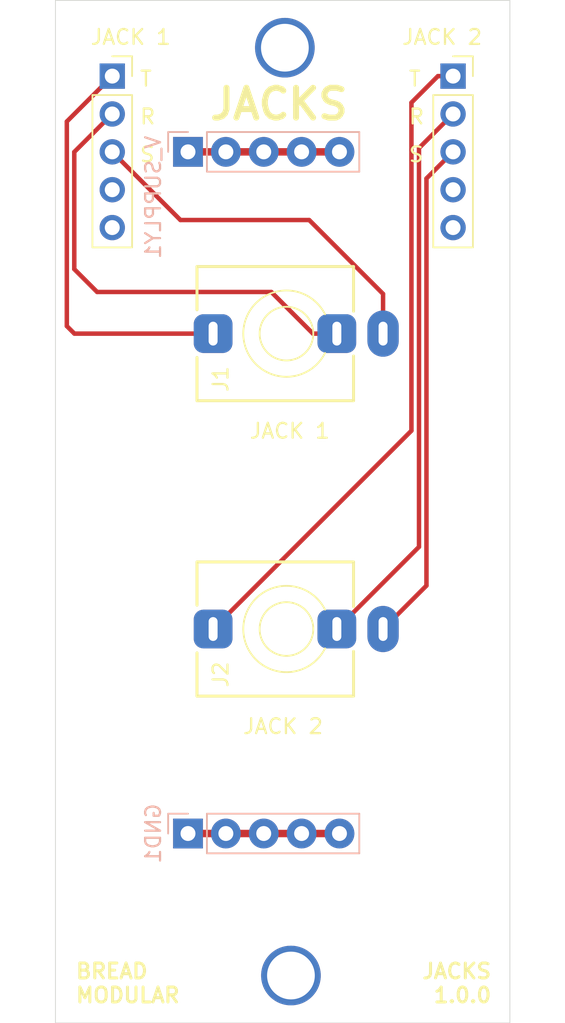
<source format=kicad_pcb>
(kicad_pcb (version 20240108) (generator "pcbnew") (generator_version "8.0")
  (layers (0 "F.Cu" signal) (31 "B.Cu" signal) (34 "B.Paste" user) (35 "F.Paste" user) (36 "B.SilkS" user "B.Silkscreen") (37 "F.SilkS" user "F.Silkscreen") (38 "B.Mask" user) (39 "F.Mask" user) (44 "Edge.Cuts" user))
  (net 0 "")
  (net 1 "GND")
  (net 2 "V_SUPPLY")
  (net 3 "Net-(JACK1-Pin_2)")
  (net 4 "Net-(JACK1-Pin_1)")
  (net 5 "Net-(JACK1-Pin_3)")
  (net 6 "Net-(JACK2-Pin_1)")
  (net 7 "Net-(JACK2-Pin_3)")
  (net 8 "Net-(JACK2-Pin_2)")
  (footprint "BreadModular_AudioJacks:Jack_3.5mm_QingPu_WQP-PJ366ST_Vertical" (layer "F.Cu") (at 62.484 62.992 90)
    (property "Reference" "J1" (at -3.048 -4.412 90) (layer "F.SilkS"))
    (property "Value" "AudioJack3")
    (fp_line (start 1.6 -6) (end 4.5 -6) (stroke (width 0.2)) (layer "F.SilkS"))
    (fp_line (start -4.5 -6) (end -1.6 -6) (stroke (width 0.2)) (layer "F.SilkS"))
    (fp_line (start 4.5 4.5) (end 4.5 -6) (stroke (width 0.2)) (layer "F.SilkS"))
    (fp_line (start 1.5 4.5) (end 4.5 4.5) (stroke (width 0.2)) (layer "F.SilkS"))
    (fp_line (start -4.5 4.5) (end -4.5 -6) (stroke (width 0.2)) (layer "F.SilkS"))
    (fp_line (start -4.5 4.5) (end -1.5 4.5) (stroke (width 0.2)) (layer "F.SilkS"))
    (fp_arc (start 0 -2.895) (mid 2.817353 -0.665994) (end 1.296263 2.588577) (stroke (width 0.12)) (layer "F.SilkS"))
    (fp_arc (start -1.296263 2.588577) (mid -2.817353 -0.665994) (end 0 -2.895) (stroke (width 0.12)) (layer "F.SilkS"))
    (fp_circle (center 0 0) (end -1.8 0) (stroke (width 0.12)) (fill none) (layer "F.SilkS"))
    (pad "R" thru_hole roundrect (at 0 3.38 90) (size 2.6 2.6) (drill oval 1.6 0.6) (layers "*.Cu" "*.Mask") (net 3 "Net-(JACK1-Pin_2)"))
    (pad "S" thru_hole oval (at 0 6.48 90) (size 3.1 2.1) (drill oval 1.6 0.6) (layers "*.Cu" "*.Mask") (net 5 "Net-(JACK1-Pin_3)"))
    (pad "T" thru_hole roundrect (at 0 -4.92 90) (size 2.6 2.6) (drill oval 1.6 0.6) (layers "*.Cu" "*.Mask") (net 4 "Net-(JACK1-Pin_1)"))
  )
  (footprint "BreadModular_AudioJacks:Jack_3.5mm_QingPu_WQP-PJ366ST_Vertical" (layer "F.Cu") (at 62.484 82.804 90)
    (property "Reference" "J2" (at -3.048 -4.412 90) (layer "F.SilkS"))
    (property "Value" "AudioJack3")
    (fp_line (start 1.6 -6) (end 4.5 -6) (stroke (width 0.2)) (layer "F.SilkS"))
    (fp_line (start -4.5 -6) (end -1.6 -6) (stroke (width 0.2)) (layer "F.SilkS"))
    (fp_line (start 4.5 4.5) (end 4.5 -6) (stroke (width 0.2)) (layer "F.SilkS"))
    (fp_line (start 1.5 4.5) (end 4.5 4.5) (stroke (width 0.2)) (layer "F.SilkS"))
    (fp_line (start -4.5 4.5) (end -4.5 -6) (stroke (width 0.2)) (layer "F.SilkS"))
    (fp_line (start -4.5 4.5) (end -1.5 4.5) (stroke (width 0.2)) (layer "F.SilkS"))
    (fp_arc (start 0 -2.895) (mid 2.817353 -0.665994) (end 1.296263 2.588577) (stroke (width 0.12)) (layer "F.SilkS"))
    (fp_arc (start -1.296263 2.588577) (mid -2.817353 -0.665994) (end 0 -2.895) (stroke (width 0.12)) (layer "F.SilkS"))
    (fp_circle (center 0 0) (end -1.8 0) (stroke (width 0.12)) (fill none) (layer "F.SilkS"))
    (pad "R" thru_hole roundrect (at 0 3.38 90) (size 2.6 2.6) (drill oval 1.6 0.6) (layers "*.Cu" "*.Mask") (net 8 "Net-(JACK2-Pin_2)"))
    (pad "S" thru_hole oval (at 0 6.48 90) (size 3.1 2.1) (drill oval 1.6 0.6) (layers "*.Cu" "*.Mask") (net 7 "Net-(JACK2-Pin_3)"))
    (pad "T" thru_hole roundrect (at 0 -4.92 90) (size 2.6 2.6) (drill oval 1.6 0.6) (layers "*.Cu" "*.Mask") (net 6 "Net-(JACK2-Pin_1)"))
  )
  (footprint "Connector_PinSocket_2.54mm:PinSocket_1x05_P2.54mm_Vertical" (layer "F.Cu") (at 73.66 45.72)
    (property "Reference" "JACK2")
    (property "Value" "Conn_01x05_Socket")
    (fp_line (start -1.33 1.27) (end -1.33 11.49) (stroke (width 0.12)) (layer "F.SilkS"))
    (fp_line (start -1.33 1.27) (end 1.33 1.27) (stroke (width 0.12)) (layer "F.SilkS"))
    (fp_line (start -1.33 11.49) (end 1.33 11.49) (stroke (width 0.12)) (layer "F.SilkS"))
    (fp_line (start 0 -1.33) (end 1.33 -1.33) (stroke (width 0.12)) (layer "F.SilkS"))
    (fp_line (start 1.33 -1.33) (end 1.33 0) (stroke (width 0.12)) (layer "F.SilkS"))
    (fp_line (start 1.33 1.27) (end 1.33 11.49) (stroke (width 0.12)) (layer "F.SilkS"))
    (pad "1" thru_hole rect (at 0 0) (size 1.7 1.7) (drill 1) (layers "*.Cu" "*.Mask") (net 6 "Net-(JACK2-Pin_1)"))
    (pad "2" thru_hole oval (at 0 2.54) (size 1.7 1.7) (drill 1) (layers "*.Cu" "*.Mask") (net 8 "Net-(JACK2-Pin_2)"))
    (pad "3" thru_hole oval (at 0 5.08) (size 1.7 1.7) (drill 1) (layers "*.Cu" "*.Mask") (net 7 "Net-(JACK2-Pin_3)"))
    (pad "4" thru_hole oval (at 0 7.62) (size 1.7 1.7) (drill 1) (layers "*.Cu" "*.Mask"))
    (pad "5" thru_hole oval (at 0 10.16) (size 1.7 1.7) (drill 1) (layers "*.Cu" "*.Mask"))
  )
  (footprint "Connector_PinSocket_2.54mm:PinSocket_1x05_P2.54mm_Vertical" (layer "F.Cu") (at 50.8 45.72)
    (property "Reference" "JACK1")
    (property "Value" "Conn_01x05_Socket")
    (fp_line (start -1.33 1.27) (end -1.33 11.49) (stroke (width 0.12)) (layer "F.SilkS"))
    (fp_line (start -1.33 1.27) (end 1.33 1.27) (stroke (width 0.12)) (layer "F.SilkS"))
    (fp_line (start -1.33 11.49) (end 1.33 11.49) (stroke (width 0.12)) (layer "F.SilkS"))
    (fp_line (start 0 -1.33) (end 1.33 -1.33) (stroke (width 0.12)) (layer "F.SilkS"))
    (fp_line (start 1.33 -1.33) (end 1.33 0) (stroke (width 0.12)) (layer "F.SilkS"))
    (fp_line (start 1.33 1.27) (end 1.33 11.49) (stroke (width 0.12)) (layer "F.SilkS"))
    (pad "1" thru_hole rect (at 0 0) (size 1.7 1.7) (drill 1) (layers "*.Cu" "*.Mask") (net 4 "Net-(JACK1-Pin_1)"))
    (pad "2" thru_hole oval (at 0 2.54) (size 1.7 1.7) (drill 1) (layers "*.Cu" "*.Mask") (net 3 "Net-(JACK1-Pin_2)"))
    (pad "3" thru_hole oval (at 0 5.08) (size 1.7 1.7) (drill 1) (layers "*.Cu" "*.Mask") (net 5 "Net-(JACK1-Pin_3)"))
    (pad "4" thru_hole oval (at 0 7.62) (size 1.7 1.7) (drill 1) (layers "*.Cu" "*.Mask"))
    (pad "5" thru_hole oval (at 0 10.16) (size 1.7 1.7) (drill 1) (layers "*.Cu" "*.Mask"))
  )
  (footprint "BreadModular_MISC:Power_Connector" (layer "B.Cu") (at 55.88 50.8 -90)
    (property "Reference" "V_SUPPLY1" (at 3.048 2.33 90) (layer "B.SilkS") (effects (justify mirror)))
    (property "Value" "Conn_01x05_Pin")
    (fp_line (start -1.33 1.33) (end -1.33 0) (stroke (width 0.12)) (layer "B.SilkS"))
    (fp_line (start 0 1.33) (end -1.33 1.33) (stroke (width 0.12)) (layer "B.SilkS"))
    (fp_line (start 1.33 -1.27) (end -1.33 -1.27) (stroke (width 0.12)) (layer "B.SilkS"))
    (fp_line (start -1.33 -11.49) (end -1.33 -1.27) (stroke (width 0.12)) (layer "B.SilkS"))
    (fp_line (start 1.33 -11.49) (end 1.33 -1.27) (stroke (width 0.12)) (layer "B.SilkS"))
    (fp_line (start 1.33 -11.49) (end -1.33 -11.49) (stroke (width 0.12)) (layer "B.SilkS"))
    (pad "1" thru_hole rect (at 0 0 270) (size 2 2) (drill 1) (layers "*.Cu" "*.Mask") (net 2 "V_SUPPLY"))
    (pad "2" thru_hole oval (at 0 -2.54 270) (size 2 2) (drill 1) (layers "*.Cu" "*.Mask") (net 2 "V_SUPPLY"))
    (pad "3" thru_hole oval (at 0 -5.08 270) (size 2 2) (drill 1) (layers "*.Cu" "*.Mask") (net 2 "V_SUPPLY"))
    (pad "4" thru_hole oval (at 0 -7.62 270) (size 2 2) (drill 1) (layers "*.Cu" "*.Mask") (net 2 "V_SUPPLY"))
    (pad "5" thru_hole oval (at 0 -10.16 270) (size 2 2) (drill 1) (layers "*.Cu" "*.Mask") (net 2 "V_SUPPLY"))
  )
  (footprint "BreadModular_MISC:Power_Connector" (layer "B.Cu") (at 55.88 96.52 -90)
    (property "Reference" "GND1" (at 0 2.33 90) (layer "B.SilkS") (effects (justify mirror)))
    (property "Value" "Conn_01x05_Pin")
    (fp_line (start -1.33 1.33) (end -1.33 0) (stroke (width 0.12)) (layer "B.SilkS"))
    (fp_line (start 0 1.33) (end -1.33 1.33) (stroke (width 0.12)) (layer "B.SilkS"))
    (fp_line (start 1.33 -1.27) (end -1.33 -1.27) (stroke (width 0.12)) (layer "B.SilkS"))
    (fp_line (start -1.33 -11.49) (end -1.33 -1.27) (stroke (width 0.12)) (layer "B.SilkS"))
    (fp_line (start 1.33 -11.49) (end 1.33 -1.27) (stroke (width 0.12)) (layer "B.SilkS"))
    (fp_line (start 1.33 -11.49) (end -1.33 -11.49) (stroke (width 0.12)) (layer "B.SilkS"))
    (pad "1" thru_hole rect (at 0 0 270) (size 2 2) (drill 1) (layers "*.Cu" "*.Mask") (net 1 "GND"))
    (pad "2" thru_hole oval (at 0 -2.54 270) (size 2 2) (drill 1) (layers "*.Cu" "*.Mask") (net 1 "GND"))
    (pad "3" thru_hole oval (at 0 -5.08 270) (size 2 2) (drill 1) (layers "*.Cu" "*.Mask") (net 1 "GND"))
    (pad "4" thru_hole oval (at 0 -7.62 270) (size 2 2) (drill 1) (layers "*.Cu" "*.Mask") (net 1 "GND"))
    (pad "5" thru_hole oval (at 0 -10.16 270) (size 2 2) (drill 1) (layers "*.Cu" "*.Mask") (net 1 "GND"))
  )
  (gr_line (start 46.99 109.22) (end 77.47 109.22) (stroke (width 0.05)) (layer "Edge.Cuts"))
  (gr_line (start 77.47 40.64) (end 46.99 40.64) (stroke (width 0.05)) (layer "Edge.Cuts"))
  (gr_line (start 46.99 40.64) (end 46.99 109.22) (stroke (width 0.05)) (layer "Edge.Cuts"))
  (gr_line (start 77.47 109.22) (end 77.47 40.64) (stroke (width 0.05)) (layer "Edge.Cuts"))
  (gr_text "T" (at 52.578 46.482 0) (layer "F.SilkS") (effects (font (size 1 1)) (justify left bottom)))
  (gr_text "S" (at 70.612 51.562 0) (layer "F.SilkS") (effects (font (size 1 1)) (justify left bottom)))
  (gr_text "JACK 1" (at 49.276 43.688 0) (layer "F.SilkS") (effects (font (size 1 1)) (justify left bottom)))
  (gr_text "JACKS\n1.0.0" (at 76.327 107.95 0) (layer "F.SilkS") (effects (font (size 1 1) (thickness 0.2) (bold yes)) (justify right bottom)))
  (gr_text "T" (at 70.612 46.482 0) (layer "F.SilkS") (effects (font (size 1 1)) (justify left bottom)))
  (gr_text "JACKS" (at 57.15 48.768 0) (layer "F.SilkS") (effects (font (size 2 2) (thickness 0.4) (bold yes)) (justify left bottom)))
  (gr_text "R" (at 52.578 49.022 0) (layer "F.SilkS") (effects (font (size 1 1)) (justify left bottom)))
  (gr_text "JACK 1" (at 59.944 70.104 0) (layer "F.SilkS") (effects (font (size 1 1)) (justify left bottom)))
  (gr_text "S" (at 52.578 51.562 0) (layer "F.SilkS") (effects (font (size 1 1)) (justify left bottom)))
  (gr_text "JACK 2" (at 75.692 43.688 0) (layer "F.SilkS") (effects (font (size 1 1)) (justify right bottom)))
  (gr_text "JACK 2" (at 65.024 89.916 0) (layer "F.SilkS") (effects (font (size 1 1)) (justify right bottom)))
  (gr_text "BREAD\nMODULAR" (at 48.26 107.95 0) (layer "F.SilkS") (effects (font (size 1 1) (thickness 0.2) (bold yes)) (justify left bottom)))
  (gr_text "R" (at 70.612 49.022 0) (layer "F.SilkS") (effects (font (size 1 1)) (justify left bottom)))
  (via (at 62.784908 106.045) (size 4) (drill 3.2) (layers "F.Cu" "B.Cu") (net 0))
  (via (at 62.37758 43.815) (size 4) (drill 3.2) (layers "F.Cu" "B.Cu") (net 0))
  (segment (start 55.88 96.52) (end 66.04 96.52) (width 0.5) (layer "F.Cu") (net 1))
  (segment (start 55.88 50.8) (end 66.04 50.8) (width 0.5) (layer "F.Cu") (net 2))
  (segment (start 64.262 62.992) (end 61.468 60.198) (width 0.3) (layer "F.Cu") (net 3))
  (segment (start 48.252 50.808) (end 50.8 48.26) (width 0.3) (layer "F.Cu") (net 3))
  (segment (start 65.864 62.992) (end 64.262 62.992) (width 0.3) (layer "F.Cu") (net 3))
  (segment (start 49.784 60.198) (end 48.252 58.666) (width 0.3) (layer "F.Cu") (net 3))
  (segment (start 61.468 60.198) (end 49.784 60.198) (width 0.3) (layer "F.Cu") (net 3))
  (segment (start 48.252 58.666) (end 48.252 50.808) (width 0.3) (layer "F.Cu") (net 3))
  (segment (start 47.752 48.768) (end 50.8 45.72) (width 0.3) (layer "F.Cu") (net 4))
  (segment (start 48.26 62.992) (end 47.752 62.484) (width 0.3) (layer "F.Cu") (net 4))
  (segment (start 57.564 62.992) (end 48.26 62.992) (width 0.3) (layer "F.Cu") (net 4))
  (segment (start 47.752 62.484) (end 47.752 48.768) (width 0.3) (layer "F.Cu") (net 4))
  (segment (start 68.964 60.328) (end 68.964 62.992) (width 0.3) (layer "F.Cu") (net 5))
  (segment (start 64.008 55.372) (end 68.964 60.328) (width 0.3) (layer "F.Cu") (net 5))
  (segment (start 55.372 55.372) (end 64.008 55.372) (width 0.3) (layer "F.Cu") (net 5))
  (segment (start 50.8 50.8) (end 55.372 55.372) (width 0.3) (layer "F.Cu") (net 5))
  (segment (start 72.644 45.72) (end 70.866 47.498) (width 0.3) (layer "F.Cu") (net 6))
  (segment (start 70.866 47.498) (end 70.866 69.502) (width 0.3) (layer "F.Cu") (net 6))
  (segment (start 73.66 45.72) (end 72.644 45.72) (width 0.3) (layer "F.Cu") (net 6))
  (segment (start 70.866 69.502) (end 57.564 82.804) (width 0.3) (layer "F.Cu") (net 6))
  (segment (start 71.874 79.894) (end 68.964 82.804) (width 0.3) (layer "F.Cu") (net 7))
  (segment (start 71.874 52.586) (end 71.874 79.894) (width 0.3) (layer "F.Cu") (net 7))
  (segment (start 73.66 50.8) (end 71.874 52.586) (width 0.3) (layer "F.Cu") (net 7))
  (segment (start 71.374 50.546) (end 71.374 77.294) (width 0.3) (layer "F.Cu") (net 8))
  (segment (start 71.374 77.294) (end 65.864 82.804) (width 0.3) (layer "F.Cu") (net 8))
  (segment (start 73.66 48.26) (end 71.374 50.546) (width 0.3) (layer "F.Cu") (net 8))
)
</source>
